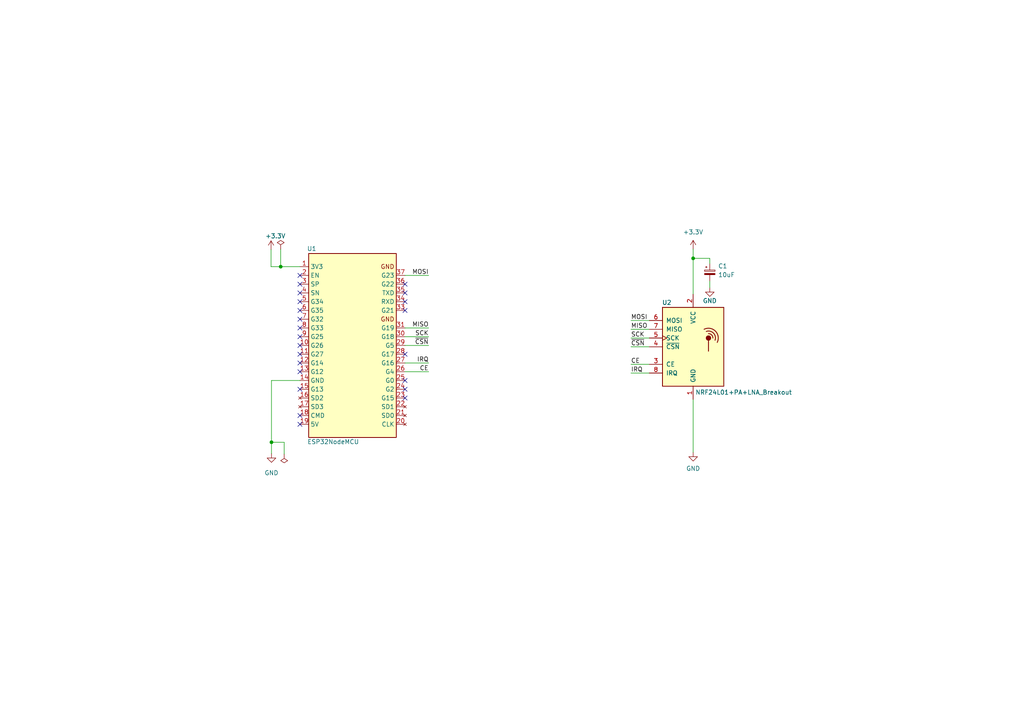
<source format=kicad_sch>
(kicad_sch (version 20211123) (generator eeschema)
  (paper "A4")
  (lib_symbols
    (symbol "Device:C_Polarized_Small" (pin_numbers hide) (pin_names (offset 0.254) hide)
      (property "Reference" "C" (at 0.254 1.778 0))
      (property "Value" "C_Polarized_Small" (at 0.254 -2.032 0))
      (symbol "C_Polarized_Small_0_1"
        (rectangle (start -1.524 -0.3048) (end 1.524 -0.6858) (fill (type outline)))
        (rectangle (start -1.524 0.6858) (end 1.524 0.3048))
        (polyline (pts (xy -1.27 1.524) (xy -0.762 1.524)))
        (polyline (pts (xy -1.016 1.27) (xy -1.016 1.778)))
      )
      (symbol "C_Polarized_Small_1_1"
        (pin passive line (at 0 2.54 270) (length 1.8542) (name "~") (number "1"))
        (pin passive line (at 0 -2.54 90) (length 1.8542) (name "~") (number "2"))
      )
    )
    (symbol "ESP32-NodeMCU_WROOM_32:ESP32NodeMCU"
      (property "Reference" "U" (at -11.43 27.94 0))
      (property "Value" "ESP32NodeMCU" (at 3.81 27.94 0))
      (symbol "ESP32NodeMCU_0_0"
        (text "GND" (at 11.43 7.62 0) (effects (font (size 1.27 1.27))))
        (text "GND" (at 11.43 22.86 0) (effects (font (size 1.27 1.27))))
      )
      (symbol "ESP32NodeMCU_0_1"
        (rectangle (start -11.43 26.67) (end 13.97 -26.67) (stroke (width 0.254)) (fill (type background)))
      )
      (symbol "ESP32NodeMCU_1_1"
        (pin power_in line (at -13.97 22.86 0) (length 2.54) (name "3V3") (number "1"))
        (pin bidirectional line (at -13.97 0 0) (length 2.54) (name "G26") (number "10"))
        (pin bidirectional line (at -13.97 -2.54 0) (length 2.54) (name "G27") (number "11"))
        (pin bidirectional line (at -13.97 -5.08 0) (length 2.54) (name "G14") (number "12"))
        (pin bidirectional line (at -13.97 -7.62 0) (length 2.54) (name "G12") (number "13"))
        (pin power_in line (at -13.97 -10.16 0) (length 2.54) (name "GND") (number "14"))
        (pin bidirectional line (at -13.97 -12.7 0) (length 2.54) (name "G13") (number "15"))
        (pin no_connect line (at -13.97 -15.24 0) (length 2.54) (name "SD2") (number "16"))
        (pin no_connect line (at -13.97 -17.78 0) (length 2.54) (name "SD3") (number "17"))
        (pin input line (at -13.97 -20.32 0) (length 2.54) (name "CMD") (number "18"))
        (pin power_in line (at -13.97 -22.86 0) (length 2.54) (name "5V") (number "19"))
        (pin input line (at -13.97 20.32 0) (length 2.54) (name "EN") (number "2"))
        (pin no_connect line (at 16.51 -22.86 180) (length 2.54) (name "CLK") (number "20"))
        (pin no_connect line (at 16.51 -20.32 180) (length 2.54) (name "SD0") (number "21"))
        (pin no_connect line (at 16.51 -17.78 180) (length 2.54) (name "SD1") (number "22"))
        (pin bidirectional line (at 16.51 -15.24 180) (length 2.54) (name "G15") (number "23"))
        (pin bidirectional line (at 16.51 -12.7 180) (length 2.54) (name "G2") (number "24"))
        (pin bidirectional line (at 16.51 -10.16 180) (length 2.54) (name "G0") (number "25"))
        (pin bidirectional line (at 16.51 -7.62 180) (length 2.54) (name "G4") (number "26"))
        (pin bidirectional line (at 16.51 -5.08 180) (length 2.54) (name "G16") (number "27"))
        (pin bidirectional line (at 16.51 -2.54 180) (length 2.54) (name "G17") (number "28"))
        (pin bidirectional line (at 16.51 0 180) (length 2.54) (name "G5") (number "29"))
        (pin bidirectional line (at -13.97 17.78 0) (length 2.54) (name "SP") (number "3"))
        (pin bidirectional line (at 16.51 2.54 180) (length 2.54) (name "G18") (number "30"))
        (pin bidirectional line (at 16.51 5.08 180) (length 2.54) (name "G19") (number "31"))
        (pin passive line (at -13.97 -10.16 0) (length 2.54) hide (name "GND") (number "32"))
        (pin bidirectional line (at 16.51 10.16 180) (length 2.54) (name "G21") (number "33"))
        (pin bidirectional line (at 16.51 12.7 180) (length 2.54) (name "RXD") (number "34"))
        (pin bidirectional line (at 16.51 15.24 180) (length 2.54) (name "TXD") (number "35"))
        (pin bidirectional line (at 16.51 17.78 180) (length 2.54) (name "G22") (number "36"))
        (pin bidirectional line (at 16.51 20.32 180) (length 2.54) (name "G23") (number "37"))
        (pin passive line (at -13.97 -10.16 0) (length 2.54) hide (name "GND") (number "38"))
        (pin bidirectional line (at -13.97 15.24 0) (length 2.54) (name "SN") (number "4"))
        (pin input line (at -13.97 12.7 0) (length 2.54) (name "G34") (number "5"))
        (pin input line (at -13.97 10.16 0) (length 2.54) (name "G35") (number "6"))
        (pin bidirectional line (at -13.97 7.62 0) (length 2.54) (name "G32") (number "7"))
        (pin bidirectional line (at -13.97 5.08 0) (length 2.54) (name "G33") (number "8"))
        (pin bidirectional line (at -13.97 2.54 0) (length 2.54) (name "G25") (number "9"))
      )
    )
    (symbol "nRF24L01+PA+LNA:NRF24L01+PA+LNA_Breakout" (pin_names (offset 1.016))
      (property "Reference" "U" (at -8.89 12.7 0))
      (property "Value" "NRF24L01+PA+LNA_Breakout" (at 3.81 12.7 0))
      (symbol "NRF24L01+PA+LNA_Breakout_0_1"
        (rectangle (start -8.89 11.43) (end 8.89 -11.43) (stroke (width 0.254)) (fill (type background)))
        (polyline (pts (xy 4.445 1.905) (xy 4.445 -1.27)) (stroke (width 0.254)))
        (circle (center 4.445 2.54) (radius 0.635) (stroke (width 0.254)) (fill (type outline)))
        (arc (start 5.715 2.54) (mid 5.3521 3.4546) (end 4.445 3.81) (stroke (width 0.254)))
        (arc (start 6.35 1.905) (mid 5.8763 3.9854) (end 3.81 4.445) (stroke (width 0.254)))
        (arc (start 6.985 1.27) (mid 6.453 4.548) (end 3.175 5.08) (stroke (width 0.254)))
      )
      (symbol "NRF24L01+PA+LNA_Breakout_1_1"
        (pin power_in line (at 0 -15.24 90) (length 3.81) (name "GND") (number "1"))
        (pin power_in line (at 0 15.24 270) (length 3.81) (name "VCC") (number "2"))
        (pin input line (at -12.7 -5.08 0) (length 3.81) (name "CE") (number "3"))
        (pin input line (at -12.7 0 0) (length 3.81) (name "~{CSN}") (number "4"))
        (pin input clock (at -12.7 2.54 0) (length 3.81) (name "SCK") (number "5"))
        (pin input line (at -12.7 7.62 0) (length 3.81) (name "MOSI") (number "6"))
        (pin output line (at -12.7 5.08 0) (length 3.81) (name "MISO") (number "7"))
        (pin output line (at -12.7 -7.62 0) (length 3.81) (name "IRQ") (number "8"))
      )
    )
    (symbol "power:+3.3V" (power) (pin_names (offset 0))
      (property "Value" "+3.3V" (at 0 3.556 0))
      (symbol "+3.3V_0_1"
        (polyline (pts (xy -0.762 1.27) (xy 0 2.54)))
        (polyline (pts (xy 0 0) (xy 0 2.54)))
        (polyline (pts (xy 0 2.54) (xy 0.762 1.27)))
      )
      (symbol "+3.3V_1_1"
        (pin power_in line (at 0 0 90) (length 0) hide (name "+3.3V") (number "1"))
      )
    )
    (symbol "power:GND" (power) (pin_names (offset 0))
      (property "Value" "GND" (at 0 -3.81 0))
      (symbol "GND_0_1"
        (polyline (pts (xy 0 0) (xy 0 -1.27) (xy 1.27 -1.27) (xy 0 -2.54) (xy -1.27 -1.27) (xy 0 -1.27)))
      )
      (symbol "GND_1_1"
        (pin power_in line (at 0 0 270) (length 0) hide (name "GND") (number "1"))
      )
    )
    (symbol "power:PWR_FLAG" (power) (pin_numbers hide) (pin_names (offset 0) hide)
      (property "Value" "PWR_FLAG" (at 0 3.81 0))
      (symbol "PWR_FLAG_0_0"
        (pin power_out line (at 0 0 90) (length 0) (name "pwr") (number "1"))
      )
      (symbol "PWR_FLAG_0_1"
        (polyline (pts (xy 0 0) (xy 0 1.27) (xy -1.016 1.905) (xy 0 2.54) (xy 1.016 1.905) (xy 0 1.27)))
      )
    )
  )
  (junction (at 81.407 77.343))
  (junction (at 201.041 74.93))
  (junction (at 78.74 128.27))
  (no_connect (at 86.995 123.063))
  (no_connect (at 86.995 120.523))
  (no_connect (at 86.995 107.823))
  (no_connect (at 86.995 79.883))
  (no_connect (at 86.995 92.583))
  (no_connect (at 86.995 90.043))
  (no_connect (at 86.995 87.503))
  (no_connect (at 86.995 84.963))
  (no_connect (at 86.995 82.423))
  (no_connect (at 117.475 90.043))
  (no_connect (at 117.475 84.963))
  (no_connect (at 117.475 87.503))
  (no_connect (at 117.475 82.423))
  (no_connect (at 117.475 102.743))
  (no_connect (at 117.475 110.363))
  (no_connect (at 117.475 112.903))
  (no_connect (at 117.475 115.443))
  (no_connect (at 86.995 112.903))
  (no_connect (at 86.995 105.283))
  (no_connect (at 86.995 102.743))
  (no_connect (at 86.995 100.203))
  (no_connect (at 86.995 97.663))
  (no_connect (at 86.995 95.123))
  (wire (pts (xy 117.475 79.883) (xy 124.333 79.883)))
  (wire (pts (xy 117.475 105.283) (xy 124.333 105.283)))
  (wire (pts (xy 205.867 74.93) (xy 201.041 74.93)))
  (wire (pts (xy 183.007 100.584) (xy 188.341 100.584)))
  (wire (pts (xy 117.475 97.663) (xy 124.333 97.663)))
  (wire (pts (xy 78.74 110.363) (xy 86.995 110.363)))
  (wire (pts (xy 78.74 131.572) (xy 78.74 128.27)))
  (wire (pts (xy 117.475 95.123) (xy 124.333 95.123)))
  (wire (pts (xy 78.74 128.27) (xy 78.74 110.363)))
  (wire (pts (xy 205.867 76.454) (xy 205.867 74.93)))
  (wire (pts (xy 183.007 98.044) (xy 188.341 98.044)))
  (wire (pts (xy 117.475 107.823) (xy 124.333 107.823)))
  (wire (pts (xy 183.007 108.204) (xy 188.341 108.204)))
  (wire (pts (xy 205.867 81.534) (xy 205.867 83.439)))
  (wire (pts (xy 78.613 72.39) (xy 78.613 77.343)))
  (wire (pts (xy 201.041 115.824) (xy 201.041 131.191)))
  (wire (pts (xy 183.007 95.504) (xy 188.341 95.504)))
  (wire (pts (xy 183.007 105.664) (xy 188.341 105.664)))
  (wire (pts (xy 117.475 100.203) (xy 124.333 100.203)))
  (wire (pts (xy 81.407 77.343) (xy 86.995 77.343)))
  (wire (pts (xy 201.041 85.344) (xy 201.041 74.93)))
  (wire (pts (xy 81.407 72.263) (xy 81.407 77.343)))
  (wire (pts (xy 201.041 74.93) (xy 201.041 72.263)))
  (wire (pts (xy 82.423 128.27) (xy 78.74 128.27)))
  (wire (pts (xy 183.007 92.964) (xy 188.341 92.964)))
  (wire (pts (xy 78.613 77.343) (xy 81.407 77.343)))
  (wire (pts (xy 82.423 131.699) (xy 82.423 128.27)))
  (label "CE" (at 124.333 107.823 180))
  (label "IRQ" (at 124.333 105.283 180))
  (label "~{CSN}" (at 124.333 100.203 180))
  (label "MISO" (at 124.333 95.123 180))
  (label "SCK" (at 183.007 98.044 0))
  (label "MOSI" (at 183.007 92.964 0))
  (label "~{CSN}" (at 183.007 100.584 0))
  (label "MOSI" (at 124.333 79.883 180))
  (label "MISO" (at 183.007 95.504 0))
  (label "CE" (at 183.007 105.664 0))
  (label "IRQ" (at 183.007 108.204 0))
  (label "SCK" (at 124.333 97.663 180))
  (symbol (lib_id "ESP32-NodeMCU_WROOM_32:ESP32NodeMCU") (at 100.965 100.203 0) (unit 1)
    (property "Reference" "U1" (at 90.424 72.136 0))
    (property "Value" "ESP32NodeMCU" (at 96.647 128.143 0))
    (property "Footprint" "ESP32-NodeMCU_WROOM_32:ESP32-NodeMCU_WROOM_32" (effects hide))
  )
  (symbol (lib_id "power:GND") (at 201.041 131.191 0) (unit 1)
    (property "Reference" "#PWR04" (effects hide))
    (property "Value" "GND" (at 201.041 135.89 0))
  )
  (symbol (lib_id "power:GND") (at 78.74 131.572 0) (unit 1)
    (property "Reference" "#PWR02" (effects hide))
    (property "Value" "GND" (at 78.74 137.16 0))
  )
  (symbol (lib_id "Device:C_Polarized_Small") (at 205.867 78.994 0) (unit 1)
    (property "Reference" "C1" (at 208.28 77.1778 0) (effects (justify left)))
    (property "Value" "10uF" (at 208.28 79.7178 0) (effects (justify left)))
    (property "Footprint" "Capacitor_THT:CP_Radial_D6.3mm_P2.50mm" (effects hide))
  )
  (symbol (lib_id "power:PWR_FLAG") (at 81.407 72.263 0) (unit 1)
    (property "Reference" "#FLG0101" (effects hide))
    (property "Value" "PWR_FLAG" (effects hide))
  )
  (symbol (lib_id "nRF24L01+PA+LNA:NRF24L01+PA+LNA_Breakout") (at 201.041 100.584 0) (unit 1)
    (property "Reference" "U2" (at 192.024 87.757 0) (effects (justify left)))
    (property "Value" "NRF24L01+PA+LNA_Breakout" (at 201.676 113.792 0) (effects (justify left)))
    (property "Footprint" "nRF24L01+PA+LNA_Breakout:nRF24L01+PA+LNA_Breakout" (effects hide))
    (property "Datasheet" "http://www.nordicsemi.com/eng/content/download/2730/34105/file/nRF24L01_Product_Specification_v2_0.pdf" (effects hide))
  )
  (symbol (lib_id "power:+3.3V") (at 78.613 72.39 0) (unit 1)
    (property "Reference" "#PWR01" (effects hide))
    (property "Value" "+3.3V" (at 79.883 68.453 0))
  )
  (symbol (lib_id "power:+3.3V") (at 201.041 72.263 0) (unit 1)
    (property "Reference" "#PWR03" (effects hide))
    (property "Value" "+3.3V" (at 201.041 67.31 0))
  )
  (symbol (lib_id "power:PWR_FLAG") (at 82.423 131.699 180) (unit 1)
    (property "Reference" "#FLG0102" (effects hide))
    (property "Value" "PWR_FLAG" (effects hide))
  )
  (symbol (lib_id "power:GND") (at 205.867 83.439 0) (unit 1)
    (property "Reference" "#PWR05" (effects hide))
    (property "Value" "GND" (at 205.867 87.249 0))
  )
)
</source>
